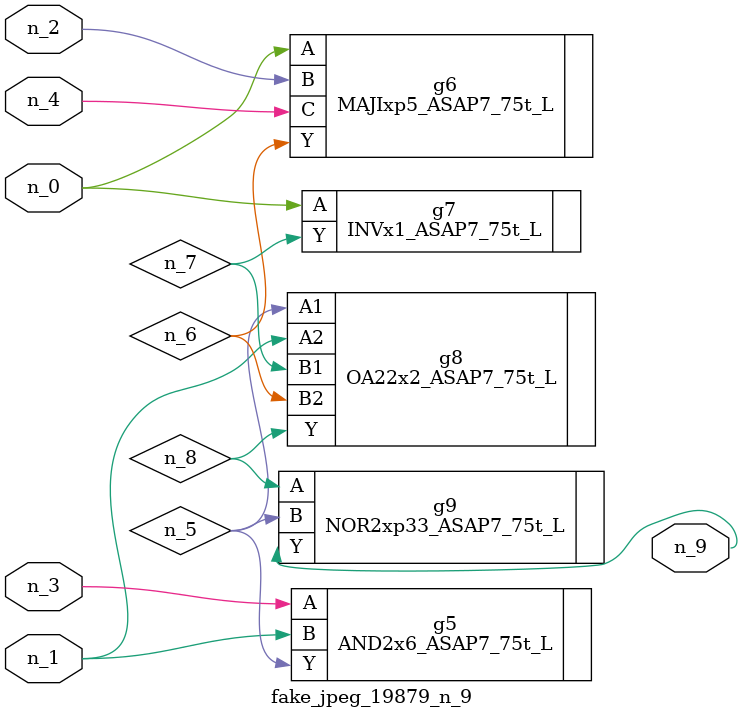
<source format=v>
module fake_jpeg_19879_n_9 (n_3, n_2, n_1, n_0, n_4, n_9);

input n_3;
input n_2;
input n_1;
input n_0;
input n_4;

output n_9;

wire n_8;
wire n_6;
wire n_5;
wire n_7;

AND2x6_ASAP7_75t_L g5 ( 
.A(n_3),
.B(n_1),
.Y(n_5)
);

MAJIxp5_ASAP7_75t_L g6 ( 
.A(n_0),
.B(n_2),
.C(n_4),
.Y(n_6)
);

INVx1_ASAP7_75t_L g7 ( 
.A(n_0),
.Y(n_7)
);

OA22x2_ASAP7_75t_L g8 ( 
.A1(n_5),
.A2(n_1),
.B1(n_7),
.B2(n_6),
.Y(n_8)
);

NOR2xp33_ASAP7_75t_L g9 ( 
.A(n_8),
.B(n_5),
.Y(n_9)
);


endmodule
</source>
